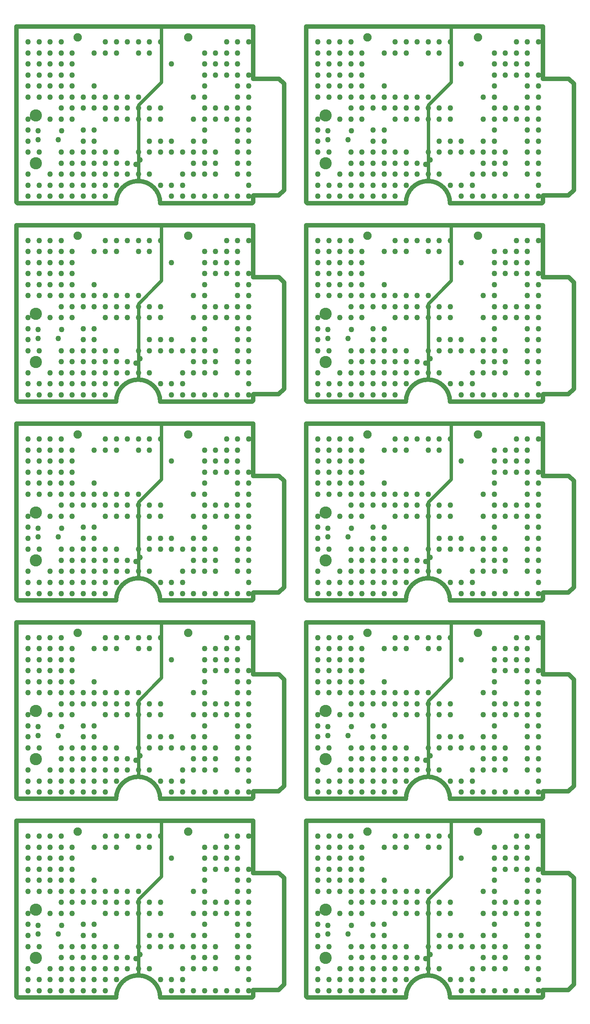
<source format=gbr>
%TF.GenerationSoftware,Altium Limited,Altium Designer,23.9.2 (47)*%
G04 Layer_Color=128*
%FSLAX45Y45*%
%MOMM*%
%TF.SameCoordinates,AD479AB8-1AF9-481E-9C01-A3E3F564F201*%
%TF.FilePolarity,Negative*%
%TF.FileFunction,Copper,Plane*%
%TF.Part,CustomerPanel*%
G01*
G75*
%TA.AperFunction,NonConductor*%
%ADD29C,1.00000*%
%TA.AperFunction,ComponentPad*%
%ADD30C,2.76600*%
%ADD31C,1.91600*%
%TA.AperFunction,ViaPad*%
%ADD32C,1.26600*%
%TA.AperFunction,NonConductor*%
%ADD33C,0.75000*%
D29*
X10896600Y8534400D02*
G03*
X9896600Y8534400I-500000J0D01*
G01*
X7632700Y8559800D02*
X7658100Y8534400D01*
X7632700Y8559800D02*
Y12534900D01*
X13004800D01*
Y11353800D02*
Y12534900D01*
Y11353800D02*
X13589000D01*
X13703300Y11239500D01*
Y8826500D02*
Y11239500D01*
X13582651Y8705850D02*
X13703300Y8826500D01*
X13011150Y8705850D02*
X13582651D01*
X13004800Y8699500D02*
X13011150Y8705850D01*
X13004800Y8559800D02*
Y8699500D01*
X12979401Y8534400D02*
X13004800Y8559800D01*
X10896600Y8534400D02*
X12979401D01*
X7658100D02*
X9896600D01*
X17467200D02*
G03*
X16467200Y8534400I-500000J0D01*
G01*
X14203300Y8559800D02*
X14228700Y8534400D01*
X14203300Y8559800D02*
Y12534900D01*
X19575400D01*
Y11353800D02*
Y12534900D01*
Y11353800D02*
X20159599D01*
X20273900Y11239500D01*
Y8826500D02*
Y11239500D01*
X20153250Y8705850D02*
X20273900Y8826500D01*
X19581750Y8705850D02*
X20153250D01*
X19575400Y8699500D02*
X19581750Y8705850D01*
X19575400Y8559800D02*
Y8699500D01*
X19550000Y8534400D02*
X19575400Y8559800D01*
X17467200Y8534400D02*
X19550000D01*
X14228700D02*
X16467200D01*
X10896600Y13034900D02*
G03*
X9896600Y13034900I-500000J0D01*
G01*
X7632700Y13060300D02*
X7658100Y13034900D01*
X7632700Y13060300D02*
Y17035400D01*
X13004800D01*
Y15854300D02*
Y17035400D01*
Y15854300D02*
X13589000D01*
X13703300Y15739999D01*
Y13327000D02*
Y15739999D01*
X13582651Y13206351D02*
X13703300Y13327000D01*
X13011150Y13206351D02*
X13582651D01*
X13004800Y13200000D02*
X13011150Y13206351D01*
X13004800Y13060300D02*
Y13200000D01*
X12979401Y13034900D02*
X13004800Y13060300D01*
X10896600Y13034900D02*
X12979401D01*
X7658100D02*
X9896600D01*
X17467200D02*
G03*
X16467200Y13034900I-500000J0D01*
G01*
X14203300Y13060300D02*
X14228700Y13034900D01*
X14203300Y13060300D02*
Y17035400D01*
X19575400D01*
Y15854300D02*
Y17035400D01*
Y15854300D02*
X20159599D01*
X20273900Y15739999D01*
Y13327000D02*
Y15739999D01*
X20153250Y13206351D02*
X20273900Y13327000D01*
X19581750Y13206351D02*
X20153250D01*
X19575400Y13200000D02*
X19581750Y13206351D01*
X19575400Y13060300D02*
Y13200000D01*
X19550000Y13034900D02*
X19575400Y13060300D01*
X17467200Y13034900D02*
X19550000D01*
X14228700D02*
X16467200D01*
X10896600Y17535400D02*
G03*
X9896600Y17535400I-500000J0D01*
G01*
X7632700Y17560800D02*
X7658100Y17535400D01*
X7632700Y17560800D02*
Y21535899D01*
X13004800D01*
Y20354800D02*
Y21535899D01*
Y20354800D02*
X13589000D01*
X13703300Y20240500D01*
Y17827499D02*
Y20240500D01*
X13582651Y17706850D02*
X13703300Y17827499D01*
X13011150Y17706850D02*
X13582651D01*
X13004800Y17700500D02*
X13011150Y17706850D01*
X13004800Y17560800D02*
Y17700500D01*
X12979401Y17535400D02*
X13004800Y17560800D01*
X10896600Y17535400D02*
X12979401D01*
X7658100D02*
X9896600D01*
X17467200D02*
G03*
X16467200Y17535400I-500000J0D01*
G01*
X14203300Y17560800D02*
X14228700Y17535400D01*
X14203300Y17560800D02*
Y21535899D01*
X19575400D01*
Y20354800D02*
Y21535899D01*
Y20354800D02*
X20159599D01*
X20273900Y20240500D01*
Y17827499D02*
Y20240500D01*
X20153250Y17706850D02*
X20273900Y17827499D01*
X19581750Y17706850D02*
X20153250D01*
X19575400Y17700500D02*
X19581750Y17706850D01*
X19575400Y17560800D02*
Y17700500D01*
X19550000Y17535400D02*
X19575400Y17560800D01*
X17467200Y17535400D02*
X19550000D01*
X14228700D02*
X16467200D01*
X10896600Y22035899D02*
G03*
X9896600Y22035899I-500000J0D01*
G01*
X7632700Y22061301D02*
X7658100Y22035899D01*
X7632700Y22061301D02*
Y26036401D01*
X13004800D01*
Y24855299D02*
Y26036401D01*
Y24855299D02*
X13589000D01*
X13703300Y24741000D01*
Y22328000D02*
Y24741000D01*
X13582651Y22207350D02*
X13703300Y22328000D01*
X13011150Y22207350D02*
X13582651D01*
X13004800Y22200999D02*
X13011150Y22207350D01*
X13004800Y22061301D02*
Y22200999D01*
X12979401Y22035899D02*
X13004800Y22061301D01*
X10896600Y22035899D02*
X12979401D01*
X7658100D02*
X9896600D01*
X17467200D02*
G03*
X16467200Y22035899I-500000J0D01*
G01*
X14203300Y22061301D02*
X14228700Y22035899D01*
X14203300Y22061301D02*
Y26036401D01*
X19575400D01*
Y24855299D02*
Y26036401D01*
Y24855299D02*
X20159599D01*
X20273900Y24741000D01*
Y22328000D02*
Y24741000D01*
X20153250Y22207350D02*
X20273900Y22328000D01*
X19581750Y22207350D02*
X20153250D01*
X19575400Y22200999D02*
X19581750Y22207350D01*
X19575400Y22061301D02*
Y22200999D01*
X19550000Y22035899D02*
X19575400Y22061301D01*
X17467200Y22035899D02*
X19550000D01*
X14228700D02*
X16467200D01*
X10896600Y26536401D02*
G03*
X9896600Y26536401I-500000J0D01*
G01*
X7632700Y26561801D02*
X7658100Y26536401D01*
X7632700Y26561801D02*
Y30536899D01*
X13004800D01*
Y29355801D02*
Y30536899D01*
Y29355801D02*
X13589000D01*
X13703300Y29241501D01*
Y26828500D02*
Y29241501D01*
X13582651Y26707849D02*
X13703300Y26828500D01*
X13011150Y26707849D02*
X13582651D01*
X13004800Y26701501D02*
X13011150Y26707849D01*
X13004800Y26561801D02*
Y26701501D01*
X12979401Y26536401D02*
X13004800Y26561801D01*
X10896600Y26536401D02*
X12979401D01*
X7658100D02*
X9896600D01*
X17467200D02*
G03*
X16467200Y26536401I-500000J0D01*
G01*
X14203300Y26561801D02*
X14228700Y26536401D01*
X14203300Y26561801D02*
Y30536899D01*
X19575400D01*
Y29355801D02*
Y30536899D01*
Y29355801D02*
X20159599D01*
X20273900Y29241501D01*
Y26828500D02*
Y29241501D01*
X20153250Y26707849D02*
X20273900Y26828500D01*
X19581750Y26707849D02*
X20153250D01*
X19575400Y26701501D02*
X19581750Y26707849D01*
X19575400Y26561801D02*
Y26701501D01*
X19550000Y26536401D02*
X19575400Y26561801D01*
X17467200Y26536401D02*
X19550000D01*
X14228700D02*
X16467200D01*
D30*
X8080400Y9434145D02*
D03*
Y10523846D02*
D03*
X14650999Y9434145D02*
D03*
Y10523846D02*
D03*
X8080400Y13934645D02*
D03*
Y15024345D02*
D03*
X14650999Y13934645D02*
D03*
Y15024345D02*
D03*
X8080400Y18435146D02*
D03*
Y19524846D02*
D03*
X14650999Y18435146D02*
D03*
Y19524846D02*
D03*
X8080400Y22935646D02*
D03*
Y24025346D02*
D03*
X14650999Y22935646D02*
D03*
Y24025346D02*
D03*
X8080400Y27436145D02*
D03*
Y28525845D02*
D03*
X14650999Y27436145D02*
D03*
Y28525845D02*
D03*
D31*
X11531600Y12293600D02*
D03*
X9028100D02*
D03*
X18102200D02*
D03*
X15598700D02*
D03*
X11531600Y16794099D02*
D03*
X9028100D02*
D03*
X18102200D02*
D03*
X15598700D02*
D03*
X11531600Y21294600D02*
D03*
X9028100D02*
D03*
X18102200D02*
D03*
X15598700D02*
D03*
X11531600Y25795099D02*
D03*
X9028100D02*
D03*
X18102200D02*
D03*
X15598700D02*
D03*
X11531600Y30295599D02*
D03*
X9028100D02*
D03*
X18102200D02*
D03*
X15598700D02*
D03*
D32*
X12901700Y12188400D02*
D03*
Y11438400D02*
D03*
Y11188400D02*
D03*
Y10938400D02*
D03*
Y10688400D02*
D03*
Y10438400D02*
D03*
Y10188400D02*
D03*
Y9938400D02*
D03*
Y9688400D02*
D03*
Y9438400D02*
D03*
Y9188400D02*
D03*
Y8938400D02*
D03*
Y8688400D02*
D03*
X12651700Y12188400D02*
D03*
Y11938400D02*
D03*
Y11688400D02*
D03*
Y11438400D02*
D03*
Y11188400D02*
D03*
Y10938400D02*
D03*
Y10688400D02*
D03*
Y10438400D02*
D03*
Y10188400D02*
D03*
Y9938400D02*
D03*
Y9688400D02*
D03*
Y9438400D02*
D03*
Y9188400D02*
D03*
Y8688400D02*
D03*
X12401700Y12188400D02*
D03*
Y11938400D02*
D03*
Y11688400D02*
D03*
Y11438400D02*
D03*
Y10688400D02*
D03*
Y10438400D02*
D03*
Y8688400D02*
D03*
X12151700Y11938400D02*
D03*
Y11688400D02*
D03*
Y11438400D02*
D03*
Y10688400D02*
D03*
Y10438400D02*
D03*
Y9688400D02*
D03*
Y9438400D02*
D03*
Y9188400D02*
D03*
Y8688400D02*
D03*
X11901700Y11938400D02*
D03*
Y11688400D02*
D03*
Y11438400D02*
D03*
Y11188400D02*
D03*
Y10938400D02*
D03*
Y10688400D02*
D03*
Y10438400D02*
D03*
Y10188400D02*
D03*
Y9938400D02*
D03*
Y9688400D02*
D03*
Y9438400D02*
D03*
Y9188400D02*
D03*
Y8688400D02*
D03*
X11651700Y10938400D02*
D03*
Y10438400D02*
D03*
Y9938400D02*
D03*
Y9688400D02*
D03*
Y9438400D02*
D03*
Y9188400D02*
D03*
Y8688400D02*
D03*
X11401700Y9688400D02*
D03*
Y9188400D02*
D03*
Y8938400D02*
D03*
Y8688400D02*
D03*
X11151700Y11688400D02*
D03*
Y9938400D02*
D03*
Y9688400D02*
D03*
Y8938400D02*
D03*
Y8688400D02*
D03*
X10901700Y12188400D02*
D03*
Y10688400D02*
D03*
Y10438400D02*
D03*
Y9938400D02*
D03*
Y9688400D02*
D03*
Y8938400D02*
D03*
X10651700Y12188400D02*
D03*
Y11938400D02*
D03*
Y10688400D02*
D03*
Y10438400D02*
D03*
Y9938400D02*
D03*
Y9688400D02*
D03*
Y9188400D02*
D03*
X10401700Y12188400D02*
D03*
Y11938400D02*
D03*
Y10938400D02*
D03*
Y10688400D02*
D03*
Y10438400D02*
D03*
Y9688400D02*
D03*
Y9188400D02*
D03*
X10151700Y12188400D02*
D03*
Y10938400D02*
D03*
Y10688400D02*
D03*
Y10438400D02*
D03*
Y9438400D02*
D03*
Y9188400D02*
D03*
X9901700Y12188400D02*
D03*
Y11938400D02*
D03*
Y10938400D02*
D03*
Y10688400D02*
D03*
Y10438400D02*
D03*
Y9688400D02*
D03*
Y9438400D02*
D03*
Y9188400D02*
D03*
Y8938400D02*
D03*
X9651700Y12188400D02*
D03*
Y11938400D02*
D03*
Y10938400D02*
D03*
Y10688400D02*
D03*
Y10438400D02*
D03*
Y9688400D02*
D03*
Y9438400D02*
D03*
Y9188400D02*
D03*
Y8938400D02*
D03*
Y8688400D02*
D03*
X9401700Y11938400D02*
D03*
Y11188400D02*
D03*
Y10938400D02*
D03*
Y10688400D02*
D03*
Y10188400D02*
D03*
Y9938400D02*
D03*
Y9688400D02*
D03*
Y9438400D02*
D03*
Y9188400D02*
D03*
Y8938400D02*
D03*
Y8688400D02*
D03*
X9151700Y10938400D02*
D03*
Y10688400D02*
D03*
Y10188400D02*
D03*
Y9938400D02*
D03*
Y9688400D02*
D03*
Y9438400D02*
D03*
Y9188400D02*
D03*
Y8938400D02*
D03*
Y8688400D02*
D03*
X8901700Y11938400D02*
D03*
Y11688400D02*
D03*
Y11438400D02*
D03*
Y11188400D02*
D03*
Y10938400D02*
D03*
Y10688400D02*
D03*
Y10438400D02*
D03*
Y9688400D02*
D03*
Y9438400D02*
D03*
Y9188400D02*
D03*
Y8938400D02*
D03*
Y8688400D02*
D03*
X8651700Y12188400D02*
D03*
Y11938400D02*
D03*
Y11688400D02*
D03*
Y11438400D02*
D03*
Y11188400D02*
D03*
Y10938400D02*
D03*
Y10688400D02*
D03*
Y10438400D02*
D03*
Y9688400D02*
D03*
Y9438400D02*
D03*
Y9188400D02*
D03*
Y8938400D02*
D03*
Y8688400D02*
D03*
X8401700Y12188400D02*
D03*
Y11938400D02*
D03*
Y11688400D02*
D03*
Y11438400D02*
D03*
Y11188400D02*
D03*
Y10938400D02*
D03*
Y10438400D02*
D03*
Y9188400D02*
D03*
Y8938400D02*
D03*
Y8688400D02*
D03*
X8151700Y12188400D02*
D03*
Y11938400D02*
D03*
Y11688400D02*
D03*
Y11438400D02*
D03*
Y11188400D02*
D03*
Y10938400D02*
D03*
Y9688400D02*
D03*
Y8938400D02*
D03*
Y8688400D02*
D03*
X7901700Y12188400D02*
D03*
Y11938400D02*
D03*
Y11688400D02*
D03*
Y11438400D02*
D03*
Y11188400D02*
D03*
Y10938400D02*
D03*
Y10438400D02*
D03*
Y10188400D02*
D03*
Y9938400D02*
D03*
Y9688400D02*
D03*
Y9188400D02*
D03*
Y8938400D02*
D03*
Y8688400D02*
D03*
X10344709Y9411536D02*
D03*
X10442997Y9509824D02*
D03*
X8128000Y10170100D02*
D03*
X8661400D02*
D03*
X8128000Y9969500D02*
D03*
X8585200D02*
D03*
X19472301Y12188400D02*
D03*
Y11438400D02*
D03*
Y11188400D02*
D03*
Y10938400D02*
D03*
Y10688400D02*
D03*
Y10438400D02*
D03*
Y10188400D02*
D03*
Y9938400D02*
D03*
Y9688400D02*
D03*
Y9438400D02*
D03*
Y9188400D02*
D03*
Y8938400D02*
D03*
Y8688400D02*
D03*
X19222301Y12188400D02*
D03*
Y11938400D02*
D03*
Y11688400D02*
D03*
Y11438400D02*
D03*
Y11188400D02*
D03*
Y10938400D02*
D03*
Y10688400D02*
D03*
Y10438400D02*
D03*
Y10188400D02*
D03*
Y9938400D02*
D03*
Y9688400D02*
D03*
Y9438400D02*
D03*
Y9188400D02*
D03*
Y8688400D02*
D03*
X18972301Y12188400D02*
D03*
Y11938400D02*
D03*
Y11688400D02*
D03*
Y11438400D02*
D03*
Y10688400D02*
D03*
Y10438400D02*
D03*
Y8688400D02*
D03*
X18722301Y11938400D02*
D03*
Y11688400D02*
D03*
Y11438400D02*
D03*
Y10688400D02*
D03*
Y10438400D02*
D03*
Y9688400D02*
D03*
Y9438400D02*
D03*
Y9188400D02*
D03*
Y8688400D02*
D03*
X18472301Y11938400D02*
D03*
Y11688400D02*
D03*
Y11438400D02*
D03*
Y11188400D02*
D03*
Y10938400D02*
D03*
Y10688400D02*
D03*
Y10438400D02*
D03*
Y10188400D02*
D03*
Y9938400D02*
D03*
Y9688400D02*
D03*
Y9438400D02*
D03*
Y9188400D02*
D03*
Y8688400D02*
D03*
X18222301Y10938400D02*
D03*
Y10438400D02*
D03*
Y9938400D02*
D03*
Y9688400D02*
D03*
Y9438400D02*
D03*
Y9188400D02*
D03*
Y8688400D02*
D03*
X17972301Y9688400D02*
D03*
Y9188400D02*
D03*
Y8938400D02*
D03*
Y8688400D02*
D03*
X17722301Y11688400D02*
D03*
Y9938400D02*
D03*
Y9688400D02*
D03*
Y8938400D02*
D03*
Y8688400D02*
D03*
X17472301Y12188400D02*
D03*
Y10688400D02*
D03*
Y10438400D02*
D03*
Y9938400D02*
D03*
Y9688400D02*
D03*
Y8938400D02*
D03*
X17222301Y12188400D02*
D03*
Y11938400D02*
D03*
Y10688400D02*
D03*
Y10438400D02*
D03*
Y9938400D02*
D03*
Y9688400D02*
D03*
Y9188400D02*
D03*
X16972301Y12188400D02*
D03*
Y11938400D02*
D03*
Y10938400D02*
D03*
Y10688400D02*
D03*
Y10438400D02*
D03*
Y9688400D02*
D03*
Y9188400D02*
D03*
X16722301Y12188400D02*
D03*
Y10938400D02*
D03*
Y10688400D02*
D03*
Y10438400D02*
D03*
Y9438400D02*
D03*
Y9188400D02*
D03*
X16472301Y12188400D02*
D03*
Y11938400D02*
D03*
Y10938400D02*
D03*
Y10688400D02*
D03*
Y10438400D02*
D03*
Y9688400D02*
D03*
Y9438400D02*
D03*
Y9188400D02*
D03*
Y8938400D02*
D03*
X16222301Y12188400D02*
D03*
Y11938400D02*
D03*
Y10938400D02*
D03*
Y10688400D02*
D03*
Y10438400D02*
D03*
Y9688400D02*
D03*
Y9438400D02*
D03*
Y9188400D02*
D03*
Y8938400D02*
D03*
Y8688400D02*
D03*
X15972301Y11938400D02*
D03*
Y11188400D02*
D03*
Y10938400D02*
D03*
Y10688400D02*
D03*
Y10188400D02*
D03*
Y9938400D02*
D03*
Y9688400D02*
D03*
Y9438400D02*
D03*
Y9188400D02*
D03*
Y8938400D02*
D03*
Y8688400D02*
D03*
X15722301Y10938400D02*
D03*
Y10688400D02*
D03*
Y10188400D02*
D03*
Y9938400D02*
D03*
Y9688400D02*
D03*
Y9438400D02*
D03*
Y9188400D02*
D03*
Y8938400D02*
D03*
Y8688400D02*
D03*
X15472301Y11938400D02*
D03*
Y11688400D02*
D03*
Y11438400D02*
D03*
Y11188400D02*
D03*
Y10938400D02*
D03*
Y10688400D02*
D03*
Y10438400D02*
D03*
Y9688400D02*
D03*
Y9438400D02*
D03*
Y9188400D02*
D03*
Y8938400D02*
D03*
Y8688400D02*
D03*
X15222301Y12188400D02*
D03*
Y11938400D02*
D03*
Y11688400D02*
D03*
Y11438400D02*
D03*
Y11188400D02*
D03*
Y10938400D02*
D03*
Y10688400D02*
D03*
Y10438400D02*
D03*
Y9688400D02*
D03*
Y9438400D02*
D03*
Y9188400D02*
D03*
Y8938400D02*
D03*
Y8688400D02*
D03*
X14972301Y12188400D02*
D03*
Y11938400D02*
D03*
Y11688400D02*
D03*
Y11438400D02*
D03*
Y11188400D02*
D03*
Y10938400D02*
D03*
Y10438400D02*
D03*
Y9188400D02*
D03*
Y8938400D02*
D03*
Y8688400D02*
D03*
X14722301Y12188400D02*
D03*
Y11938400D02*
D03*
Y11688400D02*
D03*
Y11438400D02*
D03*
Y11188400D02*
D03*
Y10938400D02*
D03*
Y9688400D02*
D03*
Y8938400D02*
D03*
Y8688400D02*
D03*
X14472301Y12188400D02*
D03*
Y11938400D02*
D03*
Y11688400D02*
D03*
Y11438400D02*
D03*
Y11188400D02*
D03*
Y10938400D02*
D03*
Y10438400D02*
D03*
Y10188400D02*
D03*
Y9938400D02*
D03*
Y9688400D02*
D03*
Y9188400D02*
D03*
Y8938400D02*
D03*
Y8688400D02*
D03*
X16915309Y9411536D02*
D03*
X17013597Y9509824D02*
D03*
X14698599Y10170100D02*
D03*
X15232001D02*
D03*
X14698599Y9969500D02*
D03*
X15155800D02*
D03*
X12901700Y16688901D02*
D03*
Y15938901D02*
D03*
Y15688901D02*
D03*
Y15438901D02*
D03*
Y15188901D02*
D03*
Y14938901D02*
D03*
Y14688901D02*
D03*
Y14438901D02*
D03*
Y14188901D02*
D03*
Y13938901D02*
D03*
Y13688901D02*
D03*
Y13438901D02*
D03*
Y13188901D02*
D03*
X12651700Y16688901D02*
D03*
Y16438901D02*
D03*
Y16188901D02*
D03*
Y15938901D02*
D03*
Y15688901D02*
D03*
Y15438901D02*
D03*
Y15188901D02*
D03*
Y14938901D02*
D03*
Y14688901D02*
D03*
Y14438901D02*
D03*
Y14188901D02*
D03*
Y13938901D02*
D03*
Y13688901D02*
D03*
Y13188901D02*
D03*
X12401700Y16688901D02*
D03*
Y16438901D02*
D03*
Y16188901D02*
D03*
Y15938901D02*
D03*
Y15188901D02*
D03*
Y14938901D02*
D03*
Y13188901D02*
D03*
X12151700Y16438901D02*
D03*
Y16188901D02*
D03*
Y15938901D02*
D03*
Y15188901D02*
D03*
Y14938901D02*
D03*
Y14188901D02*
D03*
Y13938901D02*
D03*
Y13688901D02*
D03*
Y13188901D02*
D03*
X11901700Y16438901D02*
D03*
Y16188901D02*
D03*
Y15938901D02*
D03*
Y15688901D02*
D03*
Y15438901D02*
D03*
Y15188901D02*
D03*
Y14938901D02*
D03*
Y14688901D02*
D03*
Y14438901D02*
D03*
Y14188901D02*
D03*
Y13938901D02*
D03*
Y13688901D02*
D03*
Y13188901D02*
D03*
X11651700Y15438901D02*
D03*
Y14938901D02*
D03*
Y14438901D02*
D03*
Y14188901D02*
D03*
Y13938901D02*
D03*
Y13688901D02*
D03*
Y13188901D02*
D03*
X11401700Y14188901D02*
D03*
Y13688901D02*
D03*
Y13438901D02*
D03*
Y13188901D02*
D03*
X11151700Y16188901D02*
D03*
Y14438901D02*
D03*
Y14188901D02*
D03*
Y13438901D02*
D03*
Y13188901D02*
D03*
X10901700Y16688901D02*
D03*
Y15188901D02*
D03*
Y14938901D02*
D03*
Y14438901D02*
D03*
Y14188901D02*
D03*
Y13438901D02*
D03*
X10651700Y16688901D02*
D03*
Y16438901D02*
D03*
Y15188901D02*
D03*
Y14938901D02*
D03*
Y14438901D02*
D03*
Y14188901D02*
D03*
Y13688901D02*
D03*
X10401700Y16688901D02*
D03*
Y16438901D02*
D03*
Y15438901D02*
D03*
Y15188901D02*
D03*
Y14938901D02*
D03*
Y14188901D02*
D03*
Y13688901D02*
D03*
X10151700Y16688901D02*
D03*
Y15438901D02*
D03*
Y15188901D02*
D03*
Y14938901D02*
D03*
Y13938901D02*
D03*
Y13688901D02*
D03*
X9901700Y16688901D02*
D03*
Y16438901D02*
D03*
Y15438901D02*
D03*
Y15188901D02*
D03*
Y14938901D02*
D03*
Y14188901D02*
D03*
Y13938901D02*
D03*
Y13688901D02*
D03*
Y13438901D02*
D03*
X9651700Y16688901D02*
D03*
Y16438901D02*
D03*
Y15438901D02*
D03*
Y15188901D02*
D03*
Y14938901D02*
D03*
Y14188901D02*
D03*
Y13938901D02*
D03*
Y13688901D02*
D03*
Y13438901D02*
D03*
Y13188901D02*
D03*
X9401700Y16438901D02*
D03*
Y15688901D02*
D03*
Y15438901D02*
D03*
Y15188901D02*
D03*
Y14688901D02*
D03*
Y14438901D02*
D03*
Y14188901D02*
D03*
Y13938901D02*
D03*
Y13688901D02*
D03*
Y13438901D02*
D03*
Y13188901D02*
D03*
X9151700Y15438901D02*
D03*
Y15188901D02*
D03*
Y14688901D02*
D03*
Y14438901D02*
D03*
Y14188901D02*
D03*
Y13938901D02*
D03*
Y13688901D02*
D03*
Y13438901D02*
D03*
Y13188901D02*
D03*
X8901700Y16438901D02*
D03*
Y16188901D02*
D03*
Y15938901D02*
D03*
Y15688901D02*
D03*
Y15438901D02*
D03*
Y15188901D02*
D03*
Y14938901D02*
D03*
Y14188901D02*
D03*
Y13938901D02*
D03*
Y13688901D02*
D03*
Y13438901D02*
D03*
Y13188901D02*
D03*
X8651700Y16688901D02*
D03*
Y16438901D02*
D03*
Y16188901D02*
D03*
Y15938901D02*
D03*
Y15688901D02*
D03*
Y15438901D02*
D03*
Y15188901D02*
D03*
Y14938901D02*
D03*
Y14188901D02*
D03*
Y13938901D02*
D03*
Y13688901D02*
D03*
Y13438901D02*
D03*
Y13188901D02*
D03*
X8401700Y16688901D02*
D03*
Y16438901D02*
D03*
Y16188901D02*
D03*
Y15938901D02*
D03*
Y15688901D02*
D03*
Y15438901D02*
D03*
Y14938901D02*
D03*
Y13688901D02*
D03*
Y13438901D02*
D03*
Y13188901D02*
D03*
X8151700Y16688901D02*
D03*
Y16438901D02*
D03*
Y16188901D02*
D03*
Y15938901D02*
D03*
Y15688901D02*
D03*
Y15438901D02*
D03*
Y14188901D02*
D03*
Y13438901D02*
D03*
Y13188901D02*
D03*
X7901700Y16688901D02*
D03*
Y16438901D02*
D03*
Y16188901D02*
D03*
Y15938901D02*
D03*
Y15688901D02*
D03*
Y15438901D02*
D03*
Y14938901D02*
D03*
Y14688901D02*
D03*
Y14438901D02*
D03*
Y14188901D02*
D03*
Y13688901D02*
D03*
Y13438901D02*
D03*
Y13188901D02*
D03*
X10344709Y13912036D02*
D03*
X10442997Y14010324D02*
D03*
X8128000Y14670599D02*
D03*
X8661400D02*
D03*
X8128000Y14470000D02*
D03*
X8585200D02*
D03*
X19472301Y16688901D02*
D03*
Y15938901D02*
D03*
Y15688901D02*
D03*
Y15438901D02*
D03*
Y15188901D02*
D03*
Y14938901D02*
D03*
Y14688901D02*
D03*
Y14438901D02*
D03*
Y14188901D02*
D03*
Y13938901D02*
D03*
Y13688901D02*
D03*
Y13438901D02*
D03*
Y13188901D02*
D03*
X19222301Y16688901D02*
D03*
Y16438901D02*
D03*
Y16188901D02*
D03*
Y15938901D02*
D03*
Y15688901D02*
D03*
Y15438901D02*
D03*
Y15188901D02*
D03*
Y14938901D02*
D03*
Y14688901D02*
D03*
Y14438901D02*
D03*
Y14188901D02*
D03*
Y13938901D02*
D03*
Y13688901D02*
D03*
Y13188901D02*
D03*
X18972301Y16688901D02*
D03*
Y16438901D02*
D03*
Y16188901D02*
D03*
Y15938901D02*
D03*
Y15188901D02*
D03*
Y14938901D02*
D03*
Y13188901D02*
D03*
X18722301Y16438901D02*
D03*
Y16188901D02*
D03*
Y15938901D02*
D03*
Y15188901D02*
D03*
Y14938901D02*
D03*
Y14188901D02*
D03*
Y13938901D02*
D03*
Y13688901D02*
D03*
Y13188901D02*
D03*
X18472301Y16438901D02*
D03*
Y16188901D02*
D03*
Y15938901D02*
D03*
Y15688901D02*
D03*
Y15438901D02*
D03*
Y15188901D02*
D03*
Y14938901D02*
D03*
Y14688901D02*
D03*
Y14438901D02*
D03*
Y14188901D02*
D03*
Y13938901D02*
D03*
Y13688901D02*
D03*
Y13188901D02*
D03*
X18222301Y15438901D02*
D03*
Y14938901D02*
D03*
Y14438901D02*
D03*
Y14188901D02*
D03*
Y13938901D02*
D03*
Y13688901D02*
D03*
Y13188901D02*
D03*
X17972301Y14188901D02*
D03*
Y13688901D02*
D03*
Y13438901D02*
D03*
Y13188901D02*
D03*
X17722301Y16188901D02*
D03*
Y14438901D02*
D03*
Y14188901D02*
D03*
Y13438901D02*
D03*
Y13188901D02*
D03*
X17472301Y16688901D02*
D03*
Y15188901D02*
D03*
Y14938901D02*
D03*
Y14438901D02*
D03*
Y14188901D02*
D03*
Y13438901D02*
D03*
X17222301Y16688901D02*
D03*
Y16438901D02*
D03*
Y15188901D02*
D03*
Y14938901D02*
D03*
Y14438901D02*
D03*
Y14188901D02*
D03*
Y13688901D02*
D03*
X16972301Y16688901D02*
D03*
Y16438901D02*
D03*
Y15438901D02*
D03*
Y15188901D02*
D03*
Y14938901D02*
D03*
Y14188901D02*
D03*
Y13688901D02*
D03*
X16722301Y16688901D02*
D03*
Y15438901D02*
D03*
Y15188901D02*
D03*
Y14938901D02*
D03*
Y13938901D02*
D03*
Y13688901D02*
D03*
X16472301Y16688901D02*
D03*
Y16438901D02*
D03*
Y15438901D02*
D03*
Y15188901D02*
D03*
Y14938901D02*
D03*
Y14188901D02*
D03*
Y13938901D02*
D03*
Y13688901D02*
D03*
Y13438901D02*
D03*
X16222301Y16688901D02*
D03*
Y16438901D02*
D03*
Y15438901D02*
D03*
Y15188901D02*
D03*
Y14938901D02*
D03*
Y14188901D02*
D03*
Y13938901D02*
D03*
Y13688901D02*
D03*
Y13438901D02*
D03*
Y13188901D02*
D03*
X15972301Y16438901D02*
D03*
Y15688901D02*
D03*
Y15438901D02*
D03*
Y15188901D02*
D03*
Y14688901D02*
D03*
Y14438901D02*
D03*
Y14188901D02*
D03*
Y13938901D02*
D03*
Y13688901D02*
D03*
Y13438901D02*
D03*
Y13188901D02*
D03*
X15722301Y15438901D02*
D03*
Y15188901D02*
D03*
Y14688901D02*
D03*
Y14438901D02*
D03*
Y14188901D02*
D03*
Y13938901D02*
D03*
Y13688901D02*
D03*
Y13438901D02*
D03*
Y13188901D02*
D03*
X15472301Y16438901D02*
D03*
Y16188901D02*
D03*
Y15938901D02*
D03*
Y15688901D02*
D03*
Y15438901D02*
D03*
Y15188901D02*
D03*
Y14938901D02*
D03*
Y14188901D02*
D03*
Y13938901D02*
D03*
Y13688901D02*
D03*
Y13438901D02*
D03*
Y13188901D02*
D03*
X15222301Y16688901D02*
D03*
Y16438901D02*
D03*
Y16188901D02*
D03*
Y15938901D02*
D03*
Y15688901D02*
D03*
Y15438901D02*
D03*
Y15188901D02*
D03*
Y14938901D02*
D03*
Y14188901D02*
D03*
Y13938901D02*
D03*
Y13688901D02*
D03*
Y13438901D02*
D03*
Y13188901D02*
D03*
X14972301Y16688901D02*
D03*
Y16438901D02*
D03*
Y16188901D02*
D03*
Y15938901D02*
D03*
Y15688901D02*
D03*
Y15438901D02*
D03*
Y14938901D02*
D03*
Y13688901D02*
D03*
Y13438901D02*
D03*
Y13188901D02*
D03*
X14722301Y16688901D02*
D03*
Y16438901D02*
D03*
Y16188901D02*
D03*
Y15938901D02*
D03*
Y15688901D02*
D03*
Y15438901D02*
D03*
Y14188901D02*
D03*
Y13438901D02*
D03*
Y13188901D02*
D03*
X14472301Y16688901D02*
D03*
Y16438901D02*
D03*
Y16188901D02*
D03*
Y15938901D02*
D03*
Y15688901D02*
D03*
Y15438901D02*
D03*
Y14938901D02*
D03*
Y14688901D02*
D03*
Y14438901D02*
D03*
Y14188901D02*
D03*
Y13688901D02*
D03*
Y13438901D02*
D03*
Y13188901D02*
D03*
X16915309Y13912036D02*
D03*
X17013597Y14010324D02*
D03*
X14698599Y14670599D02*
D03*
X15232001D02*
D03*
X14698599Y14470000D02*
D03*
X15155800D02*
D03*
X12901700Y21189400D02*
D03*
Y20439400D02*
D03*
Y20189400D02*
D03*
Y19939400D02*
D03*
Y19689400D02*
D03*
Y19439400D02*
D03*
Y19189400D02*
D03*
Y18939400D02*
D03*
Y18689400D02*
D03*
Y18439400D02*
D03*
Y18189400D02*
D03*
Y17939400D02*
D03*
Y17689400D02*
D03*
X12651700Y21189400D02*
D03*
Y20939400D02*
D03*
Y20689400D02*
D03*
Y20439400D02*
D03*
Y20189400D02*
D03*
Y19939400D02*
D03*
Y19689400D02*
D03*
Y19439400D02*
D03*
Y19189400D02*
D03*
Y18939400D02*
D03*
Y18689400D02*
D03*
Y18439400D02*
D03*
Y18189400D02*
D03*
Y17689400D02*
D03*
X12401700Y21189400D02*
D03*
Y20939400D02*
D03*
Y20689400D02*
D03*
Y20439400D02*
D03*
Y19689400D02*
D03*
Y19439400D02*
D03*
Y17689400D02*
D03*
X12151700Y20939400D02*
D03*
Y20689400D02*
D03*
Y20439400D02*
D03*
Y19689400D02*
D03*
Y19439400D02*
D03*
Y18689400D02*
D03*
Y18439400D02*
D03*
Y18189400D02*
D03*
Y17689400D02*
D03*
X11901700Y20939400D02*
D03*
Y20689400D02*
D03*
Y20439400D02*
D03*
Y20189400D02*
D03*
Y19939400D02*
D03*
Y19689400D02*
D03*
Y19439400D02*
D03*
Y19189400D02*
D03*
Y18939400D02*
D03*
Y18689400D02*
D03*
Y18439400D02*
D03*
Y18189400D02*
D03*
Y17689400D02*
D03*
X11651700Y19939400D02*
D03*
Y19439400D02*
D03*
Y18939400D02*
D03*
Y18689400D02*
D03*
Y18439400D02*
D03*
Y18189400D02*
D03*
Y17689400D02*
D03*
X11401700Y18689400D02*
D03*
Y18189400D02*
D03*
Y17939400D02*
D03*
Y17689400D02*
D03*
X11151700Y20689400D02*
D03*
Y18939400D02*
D03*
Y18689400D02*
D03*
Y17939400D02*
D03*
Y17689400D02*
D03*
X10901700Y21189400D02*
D03*
Y19689400D02*
D03*
Y19439400D02*
D03*
Y18939400D02*
D03*
Y18689400D02*
D03*
Y17939400D02*
D03*
X10651700Y21189400D02*
D03*
Y20939400D02*
D03*
Y19689400D02*
D03*
Y19439400D02*
D03*
Y18939400D02*
D03*
Y18689400D02*
D03*
Y18189400D02*
D03*
X10401700Y21189400D02*
D03*
Y20939400D02*
D03*
Y19939400D02*
D03*
Y19689400D02*
D03*
Y19439400D02*
D03*
Y18689400D02*
D03*
Y18189400D02*
D03*
X10151700Y21189400D02*
D03*
Y19939400D02*
D03*
Y19689400D02*
D03*
Y19439400D02*
D03*
Y18439400D02*
D03*
Y18189400D02*
D03*
X9901700Y21189400D02*
D03*
Y20939400D02*
D03*
Y19939400D02*
D03*
Y19689400D02*
D03*
Y19439400D02*
D03*
Y18689400D02*
D03*
Y18439400D02*
D03*
Y18189400D02*
D03*
Y17939400D02*
D03*
X9651700Y21189400D02*
D03*
Y20939400D02*
D03*
Y19939400D02*
D03*
Y19689400D02*
D03*
Y19439400D02*
D03*
Y18689400D02*
D03*
Y18439400D02*
D03*
Y18189400D02*
D03*
Y17939400D02*
D03*
Y17689400D02*
D03*
X9401700Y20939400D02*
D03*
Y20189400D02*
D03*
Y19939400D02*
D03*
Y19689400D02*
D03*
Y19189400D02*
D03*
Y18939400D02*
D03*
Y18689400D02*
D03*
Y18439400D02*
D03*
Y18189400D02*
D03*
Y17939400D02*
D03*
Y17689400D02*
D03*
X9151700Y19939400D02*
D03*
Y19689400D02*
D03*
Y19189400D02*
D03*
Y18939400D02*
D03*
Y18689400D02*
D03*
Y18439400D02*
D03*
Y18189400D02*
D03*
Y17939400D02*
D03*
Y17689400D02*
D03*
X8901700Y20939400D02*
D03*
Y20689400D02*
D03*
Y20439400D02*
D03*
Y20189400D02*
D03*
Y19939400D02*
D03*
Y19689400D02*
D03*
Y19439400D02*
D03*
Y18689400D02*
D03*
Y18439400D02*
D03*
Y18189400D02*
D03*
Y17939400D02*
D03*
Y17689400D02*
D03*
X8651700Y21189400D02*
D03*
Y20939400D02*
D03*
Y20689400D02*
D03*
Y20439400D02*
D03*
Y20189400D02*
D03*
Y19939400D02*
D03*
Y19689400D02*
D03*
Y19439400D02*
D03*
Y18689400D02*
D03*
Y18439400D02*
D03*
Y18189400D02*
D03*
Y17939400D02*
D03*
Y17689400D02*
D03*
X8401700Y21189400D02*
D03*
Y20939400D02*
D03*
Y20689400D02*
D03*
Y20439400D02*
D03*
Y20189400D02*
D03*
Y19939400D02*
D03*
Y19439400D02*
D03*
Y18189400D02*
D03*
Y17939400D02*
D03*
Y17689400D02*
D03*
X8151700Y21189400D02*
D03*
Y20939400D02*
D03*
Y20689400D02*
D03*
Y20439400D02*
D03*
Y20189400D02*
D03*
Y19939400D02*
D03*
Y18689400D02*
D03*
Y17939400D02*
D03*
Y17689400D02*
D03*
X7901700Y21189400D02*
D03*
Y20939400D02*
D03*
Y20689400D02*
D03*
Y20439400D02*
D03*
Y20189400D02*
D03*
Y19939400D02*
D03*
Y19439400D02*
D03*
Y19189400D02*
D03*
Y18939400D02*
D03*
Y18689400D02*
D03*
Y18189400D02*
D03*
Y17939400D02*
D03*
Y17689400D02*
D03*
X10344709Y18412537D02*
D03*
X10442997Y18510825D02*
D03*
X8128000Y19171100D02*
D03*
X8661400D02*
D03*
X8128000Y18970500D02*
D03*
X8585200D02*
D03*
X19472301Y21189400D02*
D03*
Y20439400D02*
D03*
Y20189400D02*
D03*
Y19939400D02*
D03*
Y19689400D02*
D03*
Y19439400D02*
D03*
Y19189400D02*
D03*
Y18939400D02*
D03*
Y18689400D02*
D03*
Y18439400D02*
D03*
Y18189400D02*
D03*
Y17939400D02*
D03*
Y17689400D02*
D03*
X19222301Y21189400D02*
D03*
Y20939400D02*
D03*
Y20689400D02*
D03*
Y20439400D02*
D03*
Y20189400D02*
D03*
Y19939400D02*
D03*
Y19689400D02*
D03*
Y19439400D02*
D03*
Y19189400D02*
D03*
Y18939400D02*
D03*
Y18689400D02*
D03*
Y18439400D02*
D03*
Y18189400D02*
D03*
Y17689400D02*
D03*
X18972301Y21189400D02*
D03*
Y20939400D02*
D03*
Y20689400D02*
D03*
Y20439400D02*
D03*
Y19689400D02*
D03*
Y19439400D02*
D03*
Y17689400D02*
D03*
X18722301Y20939400D02*
D03*
Y20689400D02*
D03*
Y20439400D02*
D03*
Y19689400D02*
D03*
Y19439400D02*
D03*
Y18689400D02*
D03*
Y18439400D02*
D03*
Y18189400D02*
D03*
Y17689400D02*
D03*
X18472301Y20939400D02*
D03*
Y20689400D02*
D03*
Y20439400D02*
D03*
Y20189400D02*
D03*
Y19939400D02*
D03*
Y19689400D02*
D03*
Y19439400D02*
D03*
Y19189400D02*
D03*
Y18939400D02*
D03*
Y18689400D02*
D03*
Y18439400D02*
D03*
Y18189400D02*
D03*
Y17689400D02*
D03*
X18222301Y19939400D02*
D03*
Y19439400D02*
D03*
Y18939400D02*
D03*
Y18689400D02*
D03*
Y18439400D02*
D03*
Y18189400D02*
D03*
Y17689400D02*
D03*
X17972301Y18689400D02*
D03*
Y18189400D02*
D03*
Y17939400D02*
D03*
Y17689400D02*
D03*
X17722301Y20689400D02*
D03*
Y18939400D02*
D03*
Y18689400D02*
D03*
Y17939400D02*
D03*
Y17689400D02*
D03*
X17472301Y21189400D02*
D03*
Y19689400D02*
D03*
Y19439400D02*
D03*
Y18939400D02*
D03*
Y18689400D02*
D03*
Y17939400D02*
D03*
X17222301Y21189400D02*
D03*
Y20939400D02*
D03*
Y19689400D02*
D03*
Y19439400D02*
D03*
Y18939400D02*
D03*
Y18689400D02*
D03*
Y18189400D02*
D03*
X16972301Y21189400D02*
D03*
Y20939400D02*
D03*
Y19939400D02*
D03*
Y19689400D02*
D03*
Y19439400D02*
D03*
Y18689400D02*
D03*
Y18189400D02*
D03*
X16722301Y21189400D02*
D03*
Y19939400D02*
D03*
Y19689400D02*
D03*
Y19439400D02*
D03*
Y18439400D02*
D03*
Y18189400D02*
D03*
X16472301Y21189400D02*
D03*
Y20939400D02*
D03*
Y19939400D02*
D03*
Y19689400D02*
D03*
Y19439400D02*
D03*
Y18689400D02*
D03*
Y18439400D02*
D03*
Y18189400D02*
D03*
Y17939400D02*
D03*
X16222301Y21189400D02*
D03*
Y20939400D02*
D03*
Y19939400D02*
D03*
Y19689400D02*
D03*
Y19439400D02*
D03*
Y18689400D02*
D03*
Y18439400D02*
D03*
Y18189400D02*
D03*
Y17939400D02*
D03*
Y17689400D02*
D03*
X15972301Y20939400D02*
D03*
Y20189400D02*
D03*
Y19939400D02*
D03*
Y19689400D02*
D03*
Y19189400D02*
D03*
Y18939400D02*
D03*
Y18689400D02*
D03*
Y18439400D02*
D03*
Y18189400D02*
D03*
Y17939400D02*
D03*
Y17689400D02*
D03*
X15722301Y19939400D02*
D03*
Y19689400D02*
D03*
Y19189400D02*
D03*
Y18939400D02*
D03*
Y18689400D02*
D03*
Y18439400D02*
D03*
Y18189400D02*
D03*
Y17939400D02*
D03*
Y17689400D02*
D03*
X15472301Y20939400D02*
D03*
Y20689400D02*
D03*
Y20439400D02*
D03*
Y20189400D02*
D03*
Y19939400D02*
D03*
Y19689400D02*
D03*
Y19439400D02*
D03*
Y18689400D02*
D03*
Y18439400D02*
D03*
Y18189400D02*
D03*
Y17939400D02*
D03*
Y17689400D02*
D03*
X15222301Y21189400D02*
D03*
Y20939400D02*
D03*
Y20689400D02*
D03*
Y20439400D02*
D03*
Y20189400D02*
D03*
Y19939400D02*
D03*
Y19689400D02*
D03*
Y19439400D02*
D03*
Y18689400D02*
D03*
Y18439400D02*
D03*
Y18189400D02*
D03*
Y17939400D02*
D03*
Y17689400D02*
D03*
X14972301Y21189400D02*
D03*
Y20939400D02*
D03*
Y20689400D02*
D03*
Y20439400D02*
D03*
Y20189400D02*
D03*
Y19939400D02*
D03*
Y19439400D02*
D03*
Y18189400D02*
D03*
Y17939400D02*
D03*
Y17689400D02*
D03*
X14722301Y21189400D02*
D03*
Y20939400D02*
D03*
Y20689400D02*
D03*
Y20439400D02*
D03*
Y20189400D02*
D03*
Y19939400D02*
D03*
Y18689400D02*
D03*
Y17939400D02*
D03*
Y17689400D02*
D03*
X14472301Y21189400D02*
D03*
Y20939400D02*
D03*
Y20689400D02*
D03*
Y20439400D02*
D03*
Y20189400D02*
D03*
Y19939400D02*
D03*
Y19439400D02*
D03*
Y19189400D02*
D03*
Y18939400D02*
D03*
Y18689400D02*
D03*
Y18189400D02*
D03*
Y17939400D02*
D03*
Y17689400D02*
D03*
X16915309Y18412537D02*
D03*
X17013597Y18510825D02*
D03*
X14698599Y19171100D02*
D03*
X15232001D02*
D03*
X14698599Y18970500D02*
D03*
X15155800D02*
D03*
X12901700Y25689899D02*
D03*
Y24939900D02*
D03*
Y24689900D02*
D03*
Y24439900D02*
D03*
Y24189900D02*
D03*
Y23939900D02*
D03*
Y23689900D02*
D03*
Y23439900D02*
D03*
Y23189900D02*
D03*
Y22939900D02*
D03*
Y22689900D02*
D03*
Y22439900D02*
D03*
Y22189900D02*
D03*
X12651700Y25689899D02*
D03*
Y25439900D02*
D03*
Y25189900D02*
D03*
Y24939900D02*
D03*
Y24689900D02*
D03*
Y24439900D02*
D03*
Y24189900D02*
D03*
Y23939900D02*
D03*
Y23689900D02*
D03*
Y23439900D02*
D03*
Y23189900D02*
D03*
Y22939900D02*
D03*
Y22689900D02*
D03*
Y22189900D02*
D03*
X12401700Y25689899D02*
D03*
Y25439900D02*
D03*
Y25189900D02*
D03*
Y24939900D02*
D03*
Y24189900D02*
D03*
Y23939900D02*
D03*
Y22189900D02*
D03*
X12151700Y25439900D02*
D03*
Y25189900D02*
D03*
Y24939900D02*
D03*
Y24189900D02*
D03*
Y23939900D02*
D03*
Y23189900D02*
D03*
Y22939900D02*
D03*
Y22689900D02*
D03*
Y22189900D02*
D03*
X11901700Y25439900D02*
D03*
Y25189900D02*
D03*
Y24939900D02*
D03*
Y24689900D02*
D03*
Y24439900D02*
D03*
Y24189900D02*
D03*
Y23939900D02*
D03*
Y23689900D02*
D03*
Y23439900D02*
D03*
Y23189900D02*
D03*
Y22939900D02*
D03*
Y22689900D02*
D03*
Y22189900D02*
D03*
X11651700Y24439900D02*
D03*
Y23939900D02*
D03*
Y23439900D02*
D03*
Y23189900D02*
D03*
Y22939900D02*
D03*
Y22689900D02*
D03*
Y22189900D02*
D03*
X11401700Y23189900D02*
D03*
Y22689900D02*
D03*
Y22439900D02*
D03*
Y22189900D02*
D03*
X11151700Y25189900D02*
D03*
Y23439900D02*
D03*
Y23189900D02*
D03*
Y22439900D02*
D03*
Y22189900D02*
D03*
X10901700Y25689899D02*
D03*
Y24189900D02*
D03*
Y23939900D02*
D03*
Y23439900D02*
D03*
Y23189900D02*
D03*
Y22439900D02*
D03*
X10651700Y25689899D02*
D03*
Y25439900D02*
D03*
Y24189900D02*
D03*
Y23939900D02*
D03*
Y23439900D02*
D03*
Y23189900D02*
D03*
Y22689900D02*
D03*
X10401700Y25689899D02*
D03*
Y25439900D02*
D03*
Y24439900D02*
D03*
Y24189900D02*
D03*
Y23939900D02*
D03*
Y23189900D02*
D03*
Y22689900D02*
D03*
X10151700Y25689899D02*
D03*
Y24439900D02*
D03*
Y24189900D02*
D03*
Y23939900D02*
D03*
Y22939900D02*
D03*
Y22689900D02*
D03*
X9901700Y25689899D02*
D03*
Y25439900D02*
D03*
Y24439900D02*
D03*
Y24189900D02*
D03*
Y23939900D02*
D03*
Y23189900D02*
D03*
Y22939900D02*
D03*
Y22689900D02*
D03*
Y22439900D02*
D03*
X9651700Y25689899D02*
D03*
Y25439900D02*
D03*
Y24439900D02*
D03*
Y24189900D02*
D03*
Y23939900D02*
D03*
Y23189900D02*
D03*
Y22939900D02*
D03*
Y22689900D02*
D03*
Y22439900D02*
D03*
Y22189900D02*
D03*
X9401700Y25439900D02*
D03*
Y24689900D02*
D03*
Y24439900D02*
D03*
Y24189900D02*
D03*
Y23689900D02*
D03*
Y23439900D02*
D03*
Y23189900D02*
D03*
Y22939900D02*
D03*
Y22689900D02*
D03*
Y22439900D02*
D03*
Y22189900D02*
D03*
X9151700Y24439900D02*
D03*
Y24189900D02*
D03*
Y23689900D02*
D03*
Y23439900D02*
D03*
Y23189900D02*
D03*
Y22939900D02*
D03*
Y22689900D02*
D03*
Y22439900D02*
D03*
Y22189900D02*
D03*
X8901700Y25439900D02*
D03*
Y25189900D02*
D03*
Y24939900D02*
D03*
Y24689900D02*
D03*
Y24439900D02*
D03*
Y24189900D02*
D03*
Y23939900D02*
D03*
Y23189900D02*
D03*
Y22939900D02*
D03*
Y22689900D02*
D03*
Y22439900D02*
D03*
Y22189900D02*
D03*
X8651700Y25689899D02*
D03*
Y25439900D02*
D03*
Y25189900D02*
D03*
Y24939900D02*
D03*
Y24689900D02*
D03*
Y24439900D02*
D03*
Y24189900D02*
D03*
Y23939900D02*
D03*
Y23189900D02*
D03*
Y22939900D02*
D03*
Y22689900D02*
D03*
Y22439900D02*
D03*
Y22189900D02*
D03*
X8401700Y25689899D02*
D03*
Y25439900D02*
D03*
Y25189900D02*
D03*
Y24939900D02*
D03*
Y24689900D02*
D03*
Y24439900D02*
D03*
Y23939900D02*
D03*
Y22689900D02*
D03*
Y22439900D02*
D03*
Y22189900D02*
D03*
X8151700Y25689899D02*
D03*
Y25439900D02*
D03*
Y25189900D02*
D03*
Y24939900D02*
D03*
Y24689900D02*
D03*
Y24439900D02*
D03*
Y23189900D02*
D03*
Y22439900D02*
D03*
Y22189900D02*
D03*
X7901700Y25689899D02*
D03*
Y25439900D02*
D03*
Y25189900D02*
D03*
Y24939900D02*
D03*
Y24689900D02*
D03*
Y24439900D02*
D03*
Y23939900D02*
D03*
Y23689900D02*
D03*
Y23439900D02*
D03*
Y23189900D02*
D03*
Y22689900D02*
D03*
Y22439900D02*
D03*
Y22189900D02*
D03*
X10344709Y22913036D02*
D03*
X10442997Y23011324D02*
D03*
X8128000Y23671600D02*
D03*
X8661400D02*
D03*
X8128000Y23471001D02*
D03*
X8585200D02*
D03*
X19472301Y25689899D02*
D03*
Y24939900D02*
D03*
Y24689900D02*
D03*
Y24439900D02*
D03*
Y24189900D02*
D03*
Y23939900D02*
D03*
Y23689900D02*
D03*
Y23439900D02*
D03*
Y23189900D02*
D03*
Y22939900D02*
D03*
Y22689900D02*
D03*
Y22439900D02*
D03*
Y22189900D02*
D03*
X19222301Y25689899D02*
D03*
Y25439900D02*
D03*
Y25189900D02*
D03*
Y24939900D02*
D03*
Y24689900D02*
D03*
Y24439900D02*
D03*
Y24189900D02*
D03*
Y23939900D02*
D03*
Y23689900D02*
D03*
Y23439900D02*
D03*
Y23189900D02*
D03*
Y22939900D02*
D03*
Y22689900D02*
D03*
Y22189900D02*
D03*
X18972301Y25689899D02*
D03*
Y25439900D02*
D03*
Y25189900D02*
D03*
Y24939900D02*
D03*
Y24189900D02*
D03*
Y23939900D02*
D03*
Y22189900D02*
D03*
X18722301Y25439900D02*
D03*
Y25189900D02*
D03*
Y24939900D02*
D03*
Y24189900D02*
D03*
Y23939900D02*
D03*
Y23189900D02*
D03*
Y22939900D02*
D03*
Y22689900D02*
D03*
Y22189900D02*
D03*
X18472301Y25439900D02*
D03*
Y25189900D02*
D03*
Y24939900D02*
D03*
Y24689900D02*
D03*
Y24439900D02*
D03*
Y24189900D02*
D03*
Y23939900D02*
D03*
Y23689900D02*
D03*
Y23439900D02*
D03*
Y23189900D02*
D03*
Y22939900D02*
D03*
Y22689900D02*
D03*
Y22189900D02*
D03*
X18222301Y24439900D02*
D03*
Y23939900D02*
D03*
Y23439900D02*
D03*
Y23189900D02*
D03*
Y22939900D02*
D03*
Y22689900D02*
D03*
Y22189900D02*
D03*
X17972301Y23189900D02*
D03*
Y22689900D02*
D03*
Y22439900D02*
D03*
Y22189900D02*
D03*
X17722301Y25189900D02*
D03*
Y23439900D02*
D03*
Y23189900D02*
D03*
Y22439900D02*
D03*
Y22189900D02*
D03*
X17472301Y25689899D02*
D03*
Y24189900D02*
D03*
Y23939900D02*
D03*
Y23439900D02*
D03*
Y23189900D02*
D03*
Y22439900D02*
D03*
X17222301Y25689899D02*
D03*
Y25439900D02*
D03*
Y24189900D02*
D03*
Y23939900D02*
D03*
Y23439900D02*
D03*
Y23189900D02*
D03*
Y22689900D02*
D03*
X16972301Y25689899D02*
D03*
Y25439900D02*
D03*
Y24439900D02*
D03*
Y24189900D02*
D03*
Y23939900D02*
D03*
Y23189900D02*
D03*
Y22689900D02*
D03*
X16722301Y25689899D02*
D03*
Y24439900D02*
D03*
Y24189900D02*
D03*
Y23939900D02*
D03*
Y22939900D02*
D03*
Y22689900D02*
D03*
X16472301Y25689899D02*
D03*
Y25439900D02*
D03*
Y24439900D02*
D03*
Y24189900D02*
D03*
Y23939900D02*
D03*
Y23189900D02*
D03*
Y22939900D02*
D03*
Y22689900D02*
D03*
Y22439900D02*
D03*
X16222301Y25689899D02*
D03*
Y25439900D02*
D03*
Y24439900D02*
D03*
Y24189900D02*
D03*
Y23939900D02*
D03*
Y23189900D02*
D03*
Y22939900D02*
D03*
Y22689900D02*
D03*
Y22439900D02*
D03*
Y22189900D02*
D03*
X15972301Y25439900D02*
D03*
Y24689900D02*
D03*
Y24439900D02*
D03*
Y24189900D02*
D03*
Y23689900D02*
D03*
Y23439900D02*
D03*
Y23189900D02*
D03*
Y22939900D02*
D03*
Y22689900D02*
D03*
Y22439900D02*
D03*
Y22189900D02*
D03*
X15722301Y24439900D02*
D03*
Y24189900D02*
D03*
Y23689900D02*
D03*
Y23439900D02*
D03*
Y23189900D02*
D03*
Y22939900D02*
D03*
Y22689900D02*
D03*
Y22439900D02*
D03*
Y22189900D02*
D03*
X15472301Y25439900D02*
D03*
Y25189900D02*
D03*
Y24939900D02*
D03*
Y24689900D02*
D03*
Y24439900D02*
D03*
Y24189900D02*
D03*
Y23939900D02*
D03*
Y23189900D02*
D03*
Y22939900D02*
D03*
Y22689900D02*
D03*
Y22439900D02*
D03*
Y22189900D02*
D03*
X15222301Y25689899D02*
D03*
Y25439900D02*
D03*
Y25189900D02*
D03*
Y24939900D02*
D03*
Y24689900D02*
D03*
Y24439900D02*
D03*
Y24189900D02*
D03*
Y23939900D02*
D03*
Y23189900D02*
D03*
Y22939900D02*
D03*
Y22689900D02*
D03*
Y22439900D02*
D03*
Y22189900D02*
D03*
X14972301Y25689899D02*
D03*
Y25439900D02*
D03*
Y25189900D02*
D03*
Y24939900D02*
D03*
Y24689900D02*
D03*
Y24439900D02*
D03*
Y23939900D02*
D03*
Y22689900D02*
D03*
Y22439900D02*
D03*
Y22189900D02*
D03*
X14722301Y25689899D02*
D03*
Y25439900D02*
D03*
Y25189900D02*
D03*
Y24939900D02*
D03*
Y24689900D02*
D03*
Y24439900D02*
D03*
Y23189900D02*
D03*
Y22439900D02*
D03*
Y22189900D02*
D03*
X14472301Y25689899D02*
D03*
Y25439900D02*
D03*
Y25189900D02*
D03*
Y24939900D02*
D03*
Y24689900D02*
D03*
Y24439900D02*
D03*
Y23939900D02*
D03*
Y23689900D02*
D03*
Y23439900D02*
D03*
Y23189900D02*
D03*
Y22689900D02*
D03*
Y22439900D02*
D03*
Y22189900D02*
D03*
X16915309Y22913036D02*
D03*
X17013597Y23011324D02*
D03*
X14698599Y23671600D02*
D03*
X15232001D02*
D03*
X14698599Y23471001D02*
D03*
X15155800D02*
D03*
X12901700Y30190399D02*
D03*
Y29440399D02*
D03*
Y29190399D02*
D03*
Y28940399D02*
D03*
Y28690399D02*
D03*
Y28440399D02*
D03*
Y28190399D02*
D03*
Y27940399D02*
D03*
Y27690399D02*
D03*
Y27440399D02*
D03*
Y27190399D02*
D03*
Y26940399D02*
D03*
Y26690399D02*
D03*
X12651700Y30190399D02*
D03*
Y29940399D02*
D03*
Y29690399D02*
D03*
Y29440399D02*
D03*
Y29190399D02*
D03*
Y28940399D02*
D03*
Y28690399D02*
D03*
Y28440399D02*
D03*
Y28190399D02*
D03*
Y27940399D02*
D03*
Y27690399D02*
D03*
Y27440399D02*
D03*
Y27190399D02*
D03*
Y26690399D02*
D03*
X12401700Y30190399D02*
D03*
Y29940399D02*
D03*
Y29690399D02*
D03*
Y29440399D02*
D03*
Y28690399D02*
D03*
Y28440399D02*
D03*
Y26690399D02*
D03*
X12151700Y29940399D02*
D03*
Y29690399D02*
D03*
Y29440399D02*
D03*
Y28690399D02*
D03*
Y28440399D02*
D03*
Y27690399D02*
D03*
Y27440399D02*
D03*
Y27190399D02*
D03*
Y26690399D02*
D03*
X11901700Y29940399D02*
D03*
Y29690399D02*
D03*
Y29440399D02*
D03*
Y29190399D02*
D03*
Y28940399D02*
D03*
Y28690399D02*
D03*
Y28440399D02*
D03*
Y28190399D02*
D03*
Y27940399D02*
D03*
Y27690399D02*
D03*
Y27440399D02*
D03*
Y27190399D02*
D03*
Y26690399D02*
D03*
X11651700Y28940399D02*
D03*
Y28440399D02*
D03*
Y27940399D02*
D03*
Y27690399D02*
D03*
Y27440399D02*
D03*
Y27190399D02*
D03*
Y26690399D02*
D03*
X11401700Y27690399D02*
D03*
Y27190399D02*
D03*
Y26940399D02*
D03*
Y26690399D02*
D03*
X11151700Y29690399D02*
D03*
Y27940399D02*
D03*
Y27690399D02*
D03*
Y26940399D02*
D03*
Y26690399D02*
D03*
X10901700Y30190399D02*
D03*
Y28690399D02*
D03*
Y28440399D02*
D03*
Y27940399D02*
D03*
Y27690399D02*
D03*
Y26940399D02*
D03*
X10651700Y30190399D02*
D03*
Y29940399D02*
D03*
Y28690399D02*
D03*
Y28440399D02*
D03*
Y27940399D02*
D03*
Y27690399D02*
D03*
Y27190399D02*
D03*
X10401700Y30190399D02*
D03*
Y29940399D02*
D03*
Y28940399D02*
D03*
Y28690399D02*
D03*
Y28440399D02*
D03*
Y27690399D02*
D03*
Y27190399D02*
D03*
X10151700Y30190399D02*
D03*
Y28940399D02*
D03*
Y28690399D02*
D03*
Y28440399D02*
D03*
Y27440399D02*
D03*
Y27190399D02*
D03*
X9901700Y30190399D02*
D03*
Y29940399D02*
D03*
Y28940399D02*
D03*
Y28690399D02*
D03*
Y28440399D02*
D03*
Y27690399D02*
D03*
Y27440399D02*
D03*
Y27190399D02*
D03*
Y26940399D02*
D03*
X9651700Y30190399D02*
D03*
Y29940399D02*
D03*
Y28940399D02*
D03*
Y28690399D02*
D03*
Y28440399D02*
D03*
Y27690399D02*
D03*
Y27440399D02*
D03*
Y27190399D02*
D03*
Y26940399D02*
D03*
Y26690399D02*
D03*
X9401700Y29940399D02*
D03*
Y29190399D02*
D03*
Y28940399D02*
D03*
Y28690399D02*
D03*
Y28190399D02*
D03*
Y27940399D02*
D03*
Y27690399D02*
D03*
Y27440399D02*
D03*
Y27190399D02*
D03*
Y26940399D02*
D03*
Y26690399D02*
D03*
X9151700Y28940399D02*
D03*
Y28690399D02*
D03*
Y28190399D02*
D03*
Y27940399D02*
D03*
Y27690399D02*
D03*
Y27440399D02*
D03*
Y27190399D02*
D03*
Y26940399D02*
D03*
Y26690399D02*
D03*
X8901700Y29940399D02*
D03*
Y29690399D02*
D03*
Y29440399D02*
D03*
Y29190399D02*
D03*
Y28940399D02*
D03*
Y28690399D02*
D03*
Y28440399D02*
D03*
Y27690399D02*
D03*
Y27440399D02*
D03*
Y27190399D02*
D03*
Y26940399D02*
D03*
Y26690399D02*
D03*
X8651700Y30190399D02*
D03*
Y29940399D02*
D03*
Y29690399D02*
D03*
Y29440399D02*
D03*
Y29190399D02*
D03*
Y28940399D02*
D03*
Y28690399D02*
D03*
Y28440399D02*
D03*
Y27690399D02*
D03*
Y27440399D02*
D03*
Y27190399D02*
D03*
Y26940399D02*
D03*
Y26690399D02*
D03*
X8401700Y30190399D02*
D03*
Y29940399D02*
D03*
Y29690399D02*
D03*
Y29440399D02*
D03*
Y29190399D02*
D03*
Y28940399D02*
D03*
Y28440399D02*
D03*
Y27190399D02*
D03*
Y26940399D02*
D03*
Y26690399D02*
D03*
X8151700Y30190399D02*
D03*
Y29940399D02*
D03*
Y29690399D02*
D03*
Y29440399D02*
D03*
Y29190399D02*
D03*
Y28940399D02*
D03*
Y27690399D02*
D03*
Y26940399D02*
D03*
Y26690399D02*
D03*
X7901700Y30190399D02*
D03*
Y29940399D02*
D03*
Y29690399D02*
D03*
Y29440399D02*
D03*
Y29190399D02*
D03*
Y28940399D02*
D03*
Y28440399D02*
D03*
Y28190399D02*
D03*
Y27940399D02*
D03*
Y27690399D02*
D03*
Y27190399D02*
D03*
Y26940399D02*
D03*
Y26690399D02*
D03*
X10344709Y27413535D02*
D03*
X10442997Y27511823D02*
D03*
X8128000Y28172101D02*
D03*
X8661400D02*
D03*
X8128000Y27971500D02*
D03*
X8585200D02*
D03*
X19472301Y30190399D02*
D03*
Y29440399D02*
D03*
Y29190399D02*
D03*
Y28940399D02*
D03*
Y28690399D02*
D03*
Y28440399D02*
D03*
Y28190399D02*
D03*
Y27940399D02*
D03*
Y27690399D02*
D03*
Y27440399D02*
D03*
Y27190399D02*
D03*
Y26940399D02*
D03*
Y26690399D02*
D03*
X19222301Y30190399D02*
D03*
Y29940399D02*
D03*
Y29690399D02*
D03*
Y29440399D02*
D03*
Y29190399D02*
D03*
Y28940399D02*
D03*
Y28690399D02*
D03*
Y28440399D02*
D03*
Y28190399D02*
D03*
Y27940399D02*
D03*
Y27690399D02*
D03*
Y27440399D02*
D03*
Y27190399D02*
D03*
Y26690399D02*
D03*
X18972301Y30190399D02*
D03*
Y29940399D02*
D03*
Y29690399D02*
D03*
Y29440399D02*
D03*
Y28690399D02*
D03*
Y28440399D02*
D03*
Y26690399D02*
D03*
X18722301Y29940399D02*
D03*
Y29690399D02*
D03*
Y29440399D02*
D03*
Y28690399D02*
D03*
Y28440399D02*
D03*
Y27690399D02*
D03*
Y27440399D02*
D03*
Y27190399D02*
D03*
Y26690399D02*
D03*
X18472301Y29940399D02*
D03*
Y29690399D02*
D03*
Y29440399D02*
D03*
Y29190399D02*
D03*
Y28940399D02*
D03*
Y28690399D02*
D03*
Y28440399D02*
D03*
Y28190399D02*
D03*
Y27940399D02*
D03*
Y27690399D02*
D03*
Y27440399D02*
D03*
Y27190399D02*
D03*
Y26690399D02*
D03*
X18222301Y28940399D02*
D03*
Y28440399D02*
D03*
Y27940399D02*
D03*
Y27690399D02*
D03*
Y27440399D02*
D03*
Y27190399D02*
D03*
Y26690399D02*
D03*
X17972301Y27690399D02*
D03*
Y27190399D02*
D03*
Y26940399D02*
D03*
Y26690399D02*
D03*
X17722301Y29690399D02*
D03*
Y27940399D02*
D03*
Y27690399D02*
D03*
Y26940399D02*
D03*
Y26690399D02*
D03*
X17472301Y30190399D02*
D03*
Y28690399D02*
D03*
Y28440399D02*
D03*
Y27940399D02*
D03*
Y27690399D02*
D03*
Y26940399D02*
D03*
X17222301Y30190399D02*
D03*
Y29940399D02*
D03*
Y28690399D02*
D03*
Y28440399D02*
D03*
Y27940399D02*
D03*
Y27690399D02*
D03*
Y27190399D02*
D03*
X16972301Y30190399D02*
D03*
Y29940399D02*
D03*
Y28940399D02*
D03*
Y28690399D02*
D03*
Y28440399D02*
D03*
Y27690399D02*
D03*
Y27190399D02*
D03*
X16722301Y30190399D02*
D03*
Y28940399D02*
D03*
Y28690399D02*
D03*
Y28440399D02*
D03*
Y27440399D02*
D03*
Y27190399D02*
D03*
X16472301Y30190399D02*
D03*
Y29940399D02*
D03*
Y28940399D02*
D03*
Y28690399D02*
D03*
Y28440399D02*
D03*
Y27690399D02*
D03*
Y27440399D02*
D03*
Y27190399D02*
D03*
Y26940399D02*
D03*
X16222301Y30190399D02*
D03*
Y29940399D02*
D03*
Y28940399D02*
D03*
Y28690399D02*
D03*
Y28440399D02*
D03*
Y27690399D02*
D03*
Y27440399D02*
D03*
Y27190399D02*
D03*
Y26940399D02*
D03*
Y26690399D02*
D03*
X15972301Y29940399D02*
D03*
Y29190399D02*
D03*
Y28940399D02*
D03*
Y28690399D02*
D03*
Y28190399D02*
D03*
Y27940399D02*
D03*
Y27690399D02*
D03*
Y27440399D02*
D03*
Y27190399D02*
D03*
Y26940399D02*
D03*
Y26690399D02*
D03*
X15722301Y28940399D02*
D03*
Y28690399D02*
D03*
Y28190399D02*
D03*
Y27940399D02*
D03*
Y27690399D02*
D03*
Y27440399D02*
D03*
Y27190399D02*
D03*
Y26940399D02*
D03*
Y26690399D02*
D03*
X15472301Y29940399D02*
D03*
Y29690399D02*
D03*
Y29440399D02*
D03*
Y29190399D02*
D03*
Y28940399D02*
D03*
Y28690399D02*
D03*
Y28440399D02*
D03*
Y27690399D02*
D03*
Y27440399D02*
D03*
Y27190399D02*
D03*
Y26940399D02*
D03*
Y26690399D02*
D03*
X15222301Y30190399D02*
D03*
Y29940399D02*
D03*
Y29690399D02*
D03*
Y29440399D02*
D03*
Y29190399D02*
D03*
Y28940399D02*
D03*
Y28690399D02*
D03*
Y28440399D02*
D03*
Y27690399D02*
D03*
Y27440399D02*
D03*
Y27190399D02*
D03*
Y26940399D02*
D03*
Y26690399D02*
D03*
X14972301Y30190399D02*
D03*
Y29940399D02*
D03*
Y29690399D02*
D03*
Y29440399D02*
D03*
Y29190399D02*
D03*
Y28940399D02*
D03*
Y28440399D02*
D03*
Y27190399D02*
D03*
Y26940399D02*
D03*
Y26690399D02*
D03*
X14722301Y30190399D02*
D03*
Y29940399D02*
D03*
Y29690399D02*
D03*
Y29440399D02*
D03*
Y29190399D02*
D03*
Y28940399D02*
D03*
Y27690399D02*
D03*
Y26940399D02*
D03*
Y26690399D02*
D03*
X14472301Y30190399D02*
D03*
Y29940399D02*
D03*
Y29690399D02*
D03*
Y29440399D02*
D03*
Y29190399D02*
D03*
Y28940399D02*
D03*
Y28440399D02*
D03*
Y28190399D02*
D03*
Y27940399D02*
D03*
Y27690399D02*
D03*
Y27190399D02*
D03*
Y26940399D02*
D03*
Y26690399D02*
D03*
X16915309Y27413535D02*
D03*
X17013597Y27511823D02*
D03*
X14698599Y28172101D02*
D03*
X15232001D02*
D03*
X14698599Y27971500D02*
D03*
X15155800D02*
D03*
D33*
X10388600Y9067800D02*
X10401300Y9080500D01*
Y10756900D01*
X10922000Y11277600D01*
Y12484100D01*
X16959200Y9067800D02*
X16971899Y9080500D01*
Y10756900D01*
X17492599Y11277600D01*
Y12484100D01*
X10388600Y13568300D02*
X10401300Y13581000D01*
Y15257401D01*
X10922000Y15778101D01*
Y16984599D01*
X16959200Y13568300D02*
X16971899Y13581000D01*
Y15257401D01*
X17492599Y15778101D01*
Y16984599D01*
X10388600Y18068800D02*
X10401300Y18081500D01*
Y19757899D01*
X10922000Y20278600D01*
Y21485100D01*
X16959200Y18068800D02*
X16971899Y18081500D01*
Y19757899D01*
X17492599Y20278600D01*
Y21485100D01*
X10388600Y22569299D02*
X10401300Y22582001D01*
Y24258400D01*
X10922000Y24779100D01*
Y25985599D01*
X16959200Y22569299D02*
X16971899Y22582001D01*
Y24258400D01*
X17492599Y24779100D01*
Y25985599D01*
X10388600Y27069800D02*
X10401300Y27082501D01*
Y28758899D01*
X10922000Y29279599D01*
Y30486099D01*
X16959200Y27069800D02*
X16971899Y27082501D01*
Y28758899D01*
X17492599Y29279599D01*
Y30486099D01*
%TF.MD5,26a9376fdd238cac51288b00f1dbf4e0*%
M02*

</source>
